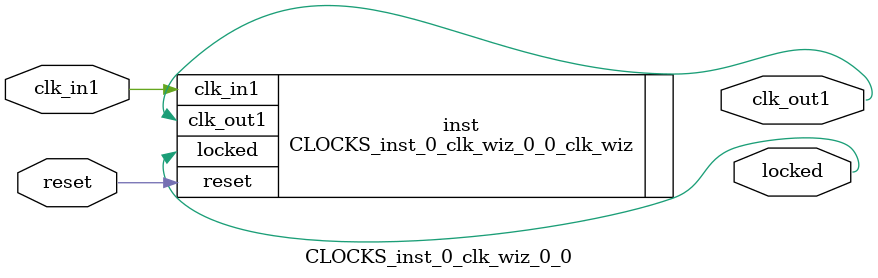
<source format=v>


`timescale 1ps/1ps

(* CORE_GENERATION_INFO = "CLOCKS_inst_0_clk_wiz_0_0,clk_wiz_v6_0_9_0_0,{component_name=CLOCKS_inst_0_clk_wiz_0_0,use_phase_alignment=true,use_min_o_jitter=false,use_max_i_jitter=false,use_dyn_phase_shift=false,use_inclk_switchover=false,use_dyn_reconfig=false,enable_axi=0,feedback_source=FDBK_AUTO,PRIMITIVE=MMCM,num_out_clk=1,clkin1_period=27.778,clkin2_period=10.0,use_power_down=false,use_reset=true,use_locked=true,use_inclk_stopped=false,feedback_type=SINGLE,CLOCK_MGR_TYPE=NA,manual_override=false}" *)

module CLOCKS_inst_0_clk_wiz_0_0 
 (
  // Clock out ports
  output        clk_out1,
  // Status and control signals
  input         reset,
  output        locked,
 // Clock in ports
  input         clk_in1
 );

  CLOCKS_inst_0_clk_wiz_0_0_clk_wiz inst
  (
  // Clock out ports  
  .clk_out1(clk_out1),
  // Status and control signals               
  .reset(reset), 
  .locked(locked),
 // Clock in ports
  .clk_in1(clk_in1)
  );

endmodule

</source>
